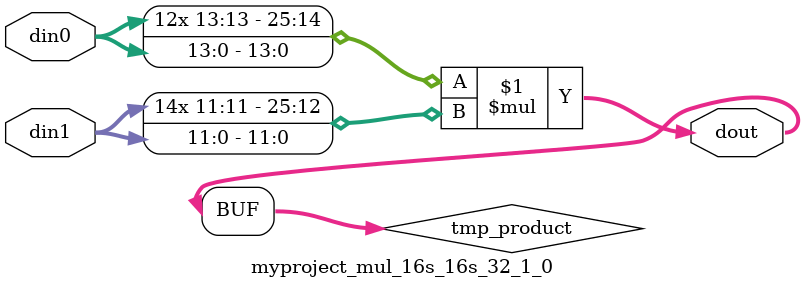
<source format=v>

`timescale 1 ns / 1 ps

 module myproject_mul_16s_16s_32_1_0(din0, din1, dout);
parameter ID = 1;
parameter NUM_STAGE = 0;
parameter din0_WIDTH = 14;
parameter din1_WIDTH = 12;
parameter dout_WIDTH = 26;

input [din0_WIDTH - 1 : 0] din0; 
input [din1_WIDTH - 1 : 0] din1; 
output [dout_WIDTH - 1 : 0] dout;

wire signed [dout_WIDTH - 1 : 0] tmp_product;



























assign tmp_product = $signed(din0) * $signed(din1);








assign dout = tmp_product;





















endmodule

</source>
